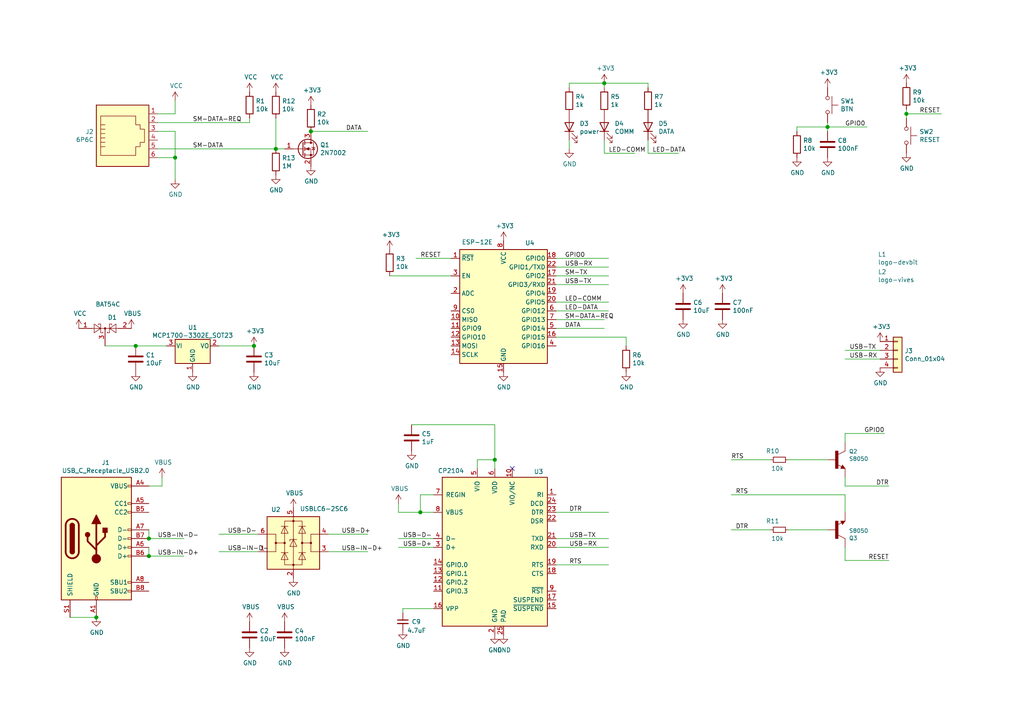
<source format=kicad_sch>
(kicad_sch (version 20210126) (generator eeschema)
  (paper "A4")
  (lib_symbols
    (symbol "Connector:6P6C" (pin_names (offset 1.016))
      (property "Reference" "J" (at -5.08 11.43 0))
      (property "Value" "6P6C" (at 2.54 11.43 0))
      (symbol "6P6C_0_1"
        (rectangle (start 7.62 10.16) (end -7.62 -7.62) (stroke (width 0.254)) (fill (type background)))
        (polyline (pts (xy -6.35 -1.905) (xy -5.08 -1.905) (xy -5.08 -1.905)))
        (polyline (pts (xy -6.35 -0.635) (xy -5.08 -0.635) (xy -5.08 -0.635)))
        (polyline (pts (xy -6.35 0.635) (xy -5.08 0.635) (xy -5.08 0.635)))
        (polyline (pts (xy -6.35 1.905) (xy -5.08 1.905) (xy -5.08 1.905)))
        (polyline (pts (xy -6.35 3.175) (xy -5.08 3.175) (xy -5.08 3.175)))
        (polyline (pts (xy -5.08 4.445) (xy -6.35 4.445) (xy -6.35 4.445)))
        (polyline (pts (xy -6.35 -4.445) (xy -6.35 6.985) (xy 3.81 6.985) (xy 3.81 4.445) (xy 5.08 4.445) (xy 5.08 3.175) (xy 6.35 3.175) (xy 6.35 -0.635) (xy 5.08 -0.635) (xy 5.08 -1.905) (xy 3.81 -1.905) (xy 3.81 -4.445) (xy -6.35 -4.445) (xy -6.35 -4.445)))
      )
      (symbol "6P6C_1_1"
        (pin passive line (at 10.16 -5.08 180) (length 2.54) (name "~") (number "1"))
        (pin passive line (at 10.16 -2.54 180) (length 2.54) (name "~") (number "2"))
        (pin passive line (at 10.16 0 180) (length 2.54) (name "~") (number "3"))
        (pin passive line (at 10.16 2.54 180) (length 2.54) (name "~") (number "4"))
        (pin passive line (at 10.16 5.08 180) (length 2.54) (name "~") (number "5"))
        (pin passive line (at 10.16 7.62 180) (length 2.54) (name "~") (number "6"))
      )
    )
    (symbol "Connector:USB_C_Receptacle_USB2.0" (pin_names (offset 1.016))
      (property "Reference" "J" (at -10.16 19.05 0))
      (property "Value" "USB_C_Receptacle_USB2.0" (at 19.05 19.05 0))
      (symbol "USB_C_Receptacle_USB2.0_0_0"
        (rectangle (start -0.254 -17.78) (end 0.254 -16.764))
        (rectangle (start 10.16 -14.986) (end 9.144 -15.494))
        (rectangle (start 10.16 -12.446) (end 9.144 -12.954))
        (rectangle (start 10.16 -4.826) (end 9.144 -5.334))
        (rectangle (start 10.16 -2.286) (end 9.144 -2.794))
        (rectangle (start 10.16 0.254) (end 9.144 -0.254))
        (rectangle (start 10.16 2.794) (end 9.144 2.286))
        (rectangle (start 10.16 7.874) (end 9.144 7.366))
        (rectangle (start 10.16 10.414) (end 9.144 9.906))
        (rectangle (start 10.16 15.494) (end 9.144 14.986))
      )
      (symbol "USB_C_Receptacle_USB2.0_0_1"
        (arc (start -8.89 -3.81) (end -5.08 -3.81) (radius (at -6.985 -3.81) (length 1.905) (angles -179.9 -0.1)) (stroke (width 0.508)))
        (arc (start -7.62 -3.81) (end -6.35 -3.81) (radius (at -6.985 -3.81) (length 0.635) (angles -179.9 -0.1)) (stroke (width 0.254)))
        (arc (start -6.35 3.81) (end -7.62 3.81) (radius (at -6.985 3.81) (length 0.635) (angles 0.1 179.9)) (stroke (width 0.254)))
        (arc (start -5.08 3.81) (end -8.89 3.81) (radius (at -6.985 3.81) (length 1.905) (angles 0.1 179.9)) (stroke (width 0.508)))
        (arc (start -7.62 -3.81) (end -6.35 -3.81) (radius (at -6.985 -3.81) (length 0.635) (angles -179.9 -0.1)) (stroke (width 0.254)) (fill (type outline)))
        (arc (start -6.35 3.81) (end -7.62 3.81) (radius (at -6.985 3.81) (length 0.635) (angles 0.1 179.9)) (stroke (width 0.254)) (fill (type outline)))
        (circle (center -2.54 1.143) (radius 0.635) (stroke (width 0.254)) (fill (type outline)))
        (circle (center 0 -5.842) (radius 1.27) (fill (type outline)))
        (rectangle (start -7.62 -3.81) (end -6.35 3.81) (stroke (width 0.254)) (fill (type outline)))
        (rectangle (start 1.905 1.778) (end 3.175 3.048) (stroke (width 0.254)) (fill (type outline)))
        (rectangle (start -10.16 17.78) (end 10.16 -17.78) (stroke (width 0.254)) (fill (type background)))
        (polyline (pts (xy -8.89 -3.81) (xy -8.89 3.81)) (stroke (width 0.508)))
        (polyline (pts (xy -5.08 3.81) (xy -5.08 -3.81)) (stroke (width 0.508)))
        (polyline (pts (xy 0 -5.842) (xy 0 4.318)) (stroke (width 0.508)))
        (polyline (pts (xy 0 -3.302) (xy -2.54 -0.762) (xy -2.54 0.508)) (stroke (width 0.508)))
        (polyline (pts (xy 0 -2.032) (xy 2.54 0.508) (xy 2.54 1.778)) (stroke (width 0.508)))
        (polyline (pts (xy -1.27 4.318) (xy 0 6.858) (xy 1.27 4.318) (xy -1.27 4.318)) (stroke (width 0.254)) (fill (type outline)))
      )
      (symbol "USB_C_Receptacle_USB2.0_1_1"
        (pin power_in line (at 0 -22.86 90) (length 5.08) (name "GND") (number "A1"))
        (pin passive line (at 0 -22.86 90) (length 5.08) hide (name "GND") (number "A12"))
        (pin power_in line (at 15.24 15.24 180) (length 5.08) (name "VBUS") (number "A4"))
        (pin bidirectional line (at 15.24 10.16 180) (length 5.08) (name "CC1") (number "A5"))
        (pin bidirectional line (at 15.24 -2.54 180) (length 5.08) (name "D+") (number "A6"))
        (pin bidirectional line (at 15.24 2.54 180) (length 5.08) (name "D-") (number "A7"))
        (pin bidirectional line (at 15.24 -12.7 180) (length 5.08) (name "SBU1") (number "A8"))
        (pin passive line (at 15.24 15.24 180) (length 5.08) hide (name "VBUS") (number "A9"))
        (pin passive line (at 0 -22.86 90) (length 5.08) hide (name "GND") (number "B1"))
        (pin passive line (at 0 -22.86 90) (length 5.08) hide (name "GND") (number "B12"))
        (pin passive line (at 15.24 15.24 180) (length 5.08) hide (name "VBUS") (number "B4"))
        (pin bidirectional line (at 15.24 7.62 180) (length 5.08) (name "CC2") (number "B5"))
        (pin bidirectional line (at 15.24 -5.08 180) (length 5.08) (name "D+") (number "B6"))
        (pin bidirectional line (at 15.24 0 180) (length 5.08) (name "D-") (number "B7"))
        (pin bidirectional line (at 15.24 -15.24 180) (length 5.08) (name "SBU2") (number "B8"))
        (pin passive line (at 15.24 15.24 180) (length 5.08) hide (name "VBUS") (number "B9"))
        (pin passive line (at -7.62 -22.86 90) (length 5.08) (name "SHIELD") (number "S1"))
      )
    )
    (symbol "Connector_Generic:Conn_01x04" (pin_names (offset 1.016) hide)
      (property "Reference" "J" (at 0 5.08 0))
      (property "Value" "Conn_01x04" (at 0 -7.62 0))
      (symbol "Conn_01x04_1_1"
        (rectangle (start -1.27 -4.953) (end 0 -5.207) (stroke (width 0.1524)))
        (rectangle (start -1.27 -2.413) (end 0 -2.667) (stroke (width 0.1524)))
        (rectangle (start -1.27 0.127) (end 0 -0.127) (stroke (width 0.1524)))
        (rectangle (start -1.27 2.667) (end 0 2.413) (stroke (width 0.1524)))
        (rectangle (start -1.27 3.81) (end 1.27 -6.35) (stroke (width 0.254)) (fill (type background)))
        (pin passive line (at -5.08 2.54 0) (length 3.81) (name "Pin_1") (number "1"))
        (pin passive line (at -5.08 0 0) (length 3.81) (name "Pin_2") (number "2"))
        (pin passive line (at -5.08 -2.54 0) (length 3.81) (name "Pin_3") (number "3"))
        (pin passive line (at -5.08 -5.08 0) (length 3.81) (name "Pin_4") (number "4"))
      )
    )
    (symbol "Device:C" (pin_numbers hide) (pin_names (offset 0.254))
      (property "Reference" "C" (at 0.635 2.54 0))
      (property "Value" "C" (at 0.635 -2.54 0))
      (symbol "C_0_1"
        (polyline (pts (xy -2.032 -0.762) (xy 2.032 -0.762)) (stroke (width 0.508)))
        (polyline (pts (xy -2.032 0.762) (xy 2.032 0.762)) (stroke (width 0.508)))
      )
      (symbol "C_1_1"
        (pin passive line (at 0 3.81 270) (length 2.794) (name "~") (number "1"))
        (pin passive line (at 0 -3.81 90) (length 2.794) (name "~") (number "2"))
      )
    )
    (symbol "Device:C_Small" (pin_numbers hide) (pin_names (offset 0.254) hide)
      (property "Reference" "C" (at 0.254 1.778 0))
      (property "Value" "C_Small" (at 0.254 -2.032 0))
      (symbol "C_Small_0_1"
        (polyline (pts (xy -1.524 -0.508) (xy 1.524 -0.508)) (stroke (width 0.3302)))
        (polyline (pts (xy -1.524 0.508) (xy 1.524 0.508)) (stroke (width 0.3048)))
      )
      (symbol "C_Small_1_1"
        (pin passive line (at 0 2.54 270) (length 2.032) (name "~") (number "1"))
        (pin passive line (at 0 -2.54 90) (length 2.032) (name "~") (number "2"))
      )
    )
    (symbol "Device:LED" (pin_numbers hide) (pin_names (offset 1.016) hide)
      (property "Reference" "D" (at 0 2.54 0))
      (property "Value" "LED" (at 0 -2.54 0))
      (symbol "LED_0_1"
        (polyline (pts (xy -1.27 -1.27) (xy -1.27 1.27)) (stroke (width 0.254)))
        (polyline (pts (xy -1.27 0) (xy 1.27 0)))
        (polyline (pts (xy 1.27 -1.27) (xy 1.27 1.27) (xy -1.27 0) (xy 1.27 -1.27)) (stroke (width 0.254)))
        (polyline (pts (xy -3.048 -0.762) (xy -4.572 -2.286) (xy -3.81 -2.286) (xy -4.572 -2.286) (xy -4.572 -1.524)))
        (polyline (pts (xy -1.778 -0.762) (xy -3.302 -2.286) (xy -2.54 -2.286) (xy -3.302 -2.286) (xy -3.302 -1.524)))
      )
      (symbol "LED_1_1"
        (pin passive line (at -3.81 0 0) (length 2.54) (name "K") (number "1"))
        (pin passive line (at 3.81 0 180) (length 2.54) (name "A") (number "2"))
      )
    )
    (symbol "Device:R" (pin_numbers hide) (pin_names (offset 0))
      (property "Reference" "R" (at 2.032 0 90))
      (property "Value" "R" (at 0 0 90))
      (symbol "R_0_1"
        (rectangle (start -1.016 -2.54) (end 1.016 2.54) (stroke (width 0.254)))
      )
      (symbol "R_1_1"
        (pin passive line (at 0 3.81 270) (length 1.27) (name "~") (number "1"))
        (pin passive line (at 0 -3.81 90) (length 1.27) (name "~") (number "2"))
      )
    )
    (symbol "Device:R_Small" (pin_numbers hide) (pin_names (offset 0.254) hide)
      (property "Reference" "R" (at 0.762 0.508 0))
      (property "Value" "R_Small" (at 0.762 -1.016 0))
      (symbol "R_Small_0_1"
        (rectangle (start -0.762 1.778) (end 0.762 -1.778) (stroke (width 0.2032)))
      )
      (symbol "R_Small_1_1"
        (pin passive line (at 0 2.54 270) (length 0.762) (name "~") (number "1"))
        (pin passive line (at 0 -2.54 90) (length 0.762) (name "~") (number "2"))
      )
    )
    (symbol "Diode:BAT54C" (pin_names (offset 1.016))
      (property "Reference" "D" (at 0.635 -3.81 0))
      (property "Value" "BAT54C" (at -6.35 3.175 0))
      (symbol "BAT54C_0_1"
        (circle (center 0 0) (radius 0.254) (fill (type outline)))
        (polyline (pts (xy -1.905 0) (xy 1.905 0)))
        (polyline (pts (xy -1.905 1.27) (xy -1.905 1.016)))
        (polyline (pts (xy -1.27 -1.27) (xy -0.635 -1.27)))
        (polyline (pts (xy -1.27 0) (xy -3.81 0)))
        (polyline (pts (xy -1.27 1.27) (xy -1.905 1.27)))
        (polyline (pts (xy -1.27 1.27) (xy -1.27 -1.27)))
        (polyline (pts (xy -0.635 -1.27) (xy -0.635 -1.016)))
        (polyline (pts (xy 0.635 -1.27) (xy 0.635 -1.016)))
        (polyline (pts (xy 1.27 -1.27) (xy 0.635 -1.27)))
        (polyline (pts (xy 1.27 1.27) (xy 1.27 -1.27)))
        (polyline (pts (xy 1.27 1.27) (xy 1.905 1.27)))
        (polyline (pts (xy 1.905 1.27) (xy 1.905 1.016)))
        (polyline (pts (xy 3.81 0) (xy 1.27 0)))
        (polyline (pts (xy -3.175 -1.27) (xy -3.175 1.27) (xy -1.27 0) (xy -3.175 -1.27)))
        (polyline (pts (xy 3.175 -1.27) (xy 3.175 1.27) (xy 1.27 0) (xy 3.175 -1.27)))
      )
      (symbol "BAT54C_1_1"
        (pin passive line (at -7.62 0 0) (length 3.81) (name "~") (number "1"))
        (pin passive line (at 7.62 0 180) (length 3.81) (name "~") (number "2"))
        (pin passive line (at 0 -5.08 90) (length 5.08) (name "~") (number "3"))
      )
    )
    (symbol "Drone_PCB-rescue:TRANS_NPN-MMBT2222AL-SparkFun-DiscreteSemi" (pin_numbers hide) (pin_names (offset 1.016) hide)
      (property "Reference" "Q" (at 3.81 3.81 0))
      (property "Value" "TRANS_NPN-MMBT2222AL-SparkFun-DiscreteSemi" (at 3.81 -5.08 0))
      (property "Field4" "TRANS-08049" (at 0 7.62 0))
      (symbol "TRANS_NPN-MMBT2222AL-SparkFun-DiscreteSemi_1_0"
        (polyline (pts (xy 1.524 -2.032) (xy 0.3048 -1.4224)))
        (polyline (pts (xy 2.54 2.54) (xy 0.508 1.524)))
      )
      (symbol "TRANS_NPN-MMBT2222AL-SparkFun-DiscreteSemi_1_1"
        (rectangle (start -0.254 -2.54) (end 0.508 2.54) (fill (type outline)))
        (polyline (pts (xy 1.778 -1.524) (xy 2.54 -2.54) (xy 1.27 -2.54) (xy 1.778 -1.524)) (fill (type outline)))
        (pin passive line (at -2.54 0 0) (length 2.54) (name "B") (number "1"))
        (pin passive line (at 2.54 -5.08 90) (length 2.54) (name "E") (number "2"))
        (pin passive line (at 2.54 5.08 270) (length 2.54) (name "C") (number "3"))
      )
    )
    (symbol "Interface_USB:CP2104" (pin_names (offset 1.016))
      (property "Reference" "U" (at -7.62 23.495 0))
      (property "Value" "CP2104" (at -7.62 21.59 0))
      (symbol "CP2104_0_1"
        (rectangle (start -15.24 20.32) (end 15.24 -22.86) (stroke (width 0.254)) (fill (type background)))
      )
      (symbol "CP2104_1_1"
        (pin input line (at 17.78 15.24 180) (length 2.54) (name "RI") (number "1"))
        (pin power_out line (at 5.08 22.86 270) (length 2.54) (name "VIO/NC") (number "10"))
        (pin bidirectional line (at -17.78 -12.7 0) (length 2.54) (name "GPIO.3") (number "11"))
        (pin bidirectional line (at -17.78 -10.16 0) (length 2.54) (name "GPIO.2") (number "12"))
        (pin bidirectional line (at -17.78 -7.62 0) (length 2.54) (name "GPIO.1") (number "13"))
        (pin bidirectional line (at -17.78 -5.08 0) (length 2.54) (name "GPIO.0") (number "14"))
        (pin output line (at 17.78 -17.78 180) (length 2.54) (name "~SUSPEND") (number "15"))
        (pin passive line (at -17.78 -17.78 0) (length 2.54) (name "VPP") (number "16"))
        (pin output line (at 17.78 -15.24 180) (length 2.54) (name "SUSPEND") (number "17"))
        (pin input line (at 17.78 -7.62 180) (length 2.54) (name "CTS") (number "18"))
        (pin output line (at 17.78 -5.08 180) (length 2.54) (name "RTS") (number "19"))
        (pin power_in line (at 0 -25.4 90) (length 2.54) (name "GND") (number "2"))
        (pin input line (at 17.78 0 180) (length 2.54) (name "RXD") (number "20"))
        (pin output line (at 17.78 2.54 180) (length 2.54) (name "TXD") (number "21"))
        (pin input line (at 17.78 7.62 180) (length 2.54) (name "DSR") (number "22"))
        (pin output line (at 17.78 10.16 180) (length 2.54) (name "DTR") (number "23"))
        (pin input line (at 17.78 12.7 180) (length 2.54) (name "DCD") (number "24"))
        (pin power_in line (at 2.54 -25.4 90) (length 2.54) (name "PAD") (number "25"))
        (pin bidirectional line (at -17.78 0 0) (length 2.54) (name "D+") (number "3"))
        (pin bidirectional line (at -17.78 2.54 0) (length 2.54) (name "D-") (number "4"))
        (pin power_in line (at -5.08 22.86 270) (length 2.54) (name "VIO") (number "5"))
        (pin power_in line (at 0 22.86 270) (length 2.54) (name "VDD") (number "6"))
        (pin power_in line (at -17.78 15.24 0) (length 2.54) (name "REGIN") (number "7"))
        (pin input line (at -17.78 10.16 0) (length 2.54) (name "VBUS") (number "8"))
        (pin bidirectional line (at 17.78 -12.7 180) (length 2.54) (name "~RST") (number "9"))
      )
    )
    (symbol "Power_Protection:USBLC6-2SC6" (pin_names hide)
      (property "Reference" "U" (at 2.54 8.89 0))
      (property "Value" "USBLC6-2SC6" (at 2.54 -8.89 0))
      (symbol "USBLC6-2SC6_0_1"
        (circle (center -5.08 0) (radius 0.254) (fill (type outline)))
        (circle (center -2.54 0) (radius 0.254) (fill (type outline)))
        (circle (center 0 -6.35) (radius 0.254) (fill (type outline)))
        (circle (center 0 6.35) (radius 0.254) (fill (type outline)))
        (circle (center 2.54 0) (radius 0.254) (fill (type outline)))
        (circle (center 5.08 0) (radius 0.254) (fill (type outline)))
        (rectangle (start -2.54 6.35) (end 2.54 -6.35))
        (rectangle (start -7.62 -7.62) (end 7.62 7.62) (stroke (width 0.254)) (fill (type background)))
        (polyline (pts (xy -5.08 -2.54) (xy -7.62 -2.54)))
        (polyline (pts (xy -5.08 0) (xy -5.08 -2.54)))
        (polyline (pts (xy -5.08 2.54) (xy -7.62 2.54)))
        (polyline (pts (xy -1.524 -2.794) (xy -3.556 -2.794)))
        (polyline (pts (xy -1.524 4.826) (xy -3.556 4.826)))
        (polyline (pts (xy 0 -7.62) (xy 0 -6.35)))
        (polyline (pts (xy 0 -6.35) (xy 0 1.27)))
        (polyline (pts (xy 0 1.27) (xy 0 6.35)))
        (polyline (pts (xy 0 6.35) (xy 0 7.62)))
        (polyline (pts (xy 1.524 -2.794) (xy 3.556 -2.794)))
        (polyline (pts (xy 1.524 4.826) (xy 3.556 4.826)))
        (polyline (pts (xy 5.08 -2.54) (xy 7.62 -2.54)))
        (polyline (pts (xy 5.08 0) (xy 5.08 -2.54)))
        (polyline (pts (xy 5.08 2.54) (xy 7.62 2.54)))
        (polyline (pts (xy -2.54 0) (xy -5.08 0) (xy -5.08 2.54)))
        (polyline (pts (xy 2.54 0) (xy 5.08 0) (xy 5.08 2.54)))
        (polyline (pts (xy -3.556 -4.826) (xy -1.524 -4.826) (xy -2.54 -2.794) (xy -3.556 -4.826)))
        (polyline (pts (xy -3.556 2.794) (xy -1.524 2.794) (xy -2.54 4.826) (xy -3.556 2.794)))
        (polyline (pts (xy -1.016 -1.016) (xy 1.016 -1.016) (xy 0 1.016) (xy -1.016 -1.016)))
        (polyline (pts (xy 1.016 1.016) (xy 0.762 1.016) (xy -1.016 1.016) (xy -1.016 0.508)))
        (polyline (pts (xy 3.556 -4.826) (xy 1.524 -4.826) (xy 2.54 -2.794) (xy 3.556 -4.826)))
        (polyline (pts (xy 3.556 2.794) (xy 1.524 2.794) (xy 2.54 4.826) (xy 3.556 2.794)))
      )
      (symbol "USBLC6-2SC6_1_1"
        (pin passive line (at -10.16 -2.54 0) (length 2.54) (name "I/O1") (number "1"))
        (pin passive line (at 0 -10.16 90) (length 2.54) (name "GND") (number "2"))
        (pin passive line (at 10.16 -2.54 180) (length 2.54) (name "I/O2") (number "3"))
        (pin passive line (at 10.16 2.54 180) (length 2.54) (name "I/O2") (number "4"))
        (pin passive line (at 0 10.16 270) (length 2.54) (name "VBUS") (number "5"))
        (pin passive line (at -10.16 2.54 0) (length 2.54) (name "I/O1") (number "6"))
      )
    )
    (symbol "RF_Module:ESP-12E"
      (property "Reference" "U" (at -12.7 19.05 0))
      (property "Value" "ESP-12E" (at 12.7 19.05 0))
      (symbol "ESP-12E_0_1"
        (rectangle (start -12.7 17.78) (end 12.7 -15.24) (stroke (width 0.254)) (fill (type background)))
      )
      (symbol "ESP-12E_1_1"
        (pin input line (at -15.24 15.24 0) (length 2.54) (name "~RST") (number "1"))
        (pin bidirectional line (at -15.24 -2.54 0) (length 2.54) (name "MISO") (number "10"))
        (pin bidirectional line (at -15.24 -5.08 0) (length 2.54) (name "GPIO9") (number "11"))
        (pin bidirectional line (at -15.24 -7.62 0) (length 2.54) (name "GPIO10") (number "12"))
        (pin bidirectional line (at -15.24 -10.16 0) (length 2.54) (name "MOSI") (number "13"))
        (pin bidirectional line (at -15.24 -12.7 0) (length 2.54) (name "SCLK") (number "14"))
        (pin power_in line (at 0 -17.78 90) (length 2.54) (name "GND") (number "15"))
        (pin bidirectional line (at 15.24 -7.62 180) (length 2.54) (name "GPIO15") (number "16"))
        (pin bidirectional line (at 15.24 10.16 180) (length 2.54) (name "GPIO2") (number "17"))
        (pin bidirectional line (at 15.24 15.24 180) (length 2.54) (name "GPIO0") (number "18"))
        (pin bidirectional line (at 15.24 5.08 180) (length 2.54) (name "GPIO4") (number "19"))
        (pin input line (at -15.24 5.08 0) (length 2.54) (name "ADC") (number "2"))
        (pin bidirectional line (at 15.24 2.54 180) (length 2.54) (name "GPIO5") (number "20"))
        (pin bidirectional line (at 15.24 7.62 180) (length 2.54) (name "GPIO3/RXD") (number "21"))
        (pin bidirectional line (at 15.24 12.7 180) (length 2.54) (name "GPIO1/TXD") (number "22"))
        (pin input line (at -15.24 10.16 0) (length 2.54) (name "EN") (number "3"))
        (pin bidirectional line (at 15.24 -10.16 180) (length 2.54) (name "GPIO16") (number "4"))
        (pin bidirectional line (at 15.24 -5.08 180) (length 2.54) (name "GPIO14") (number "5"))
        (pin bidirectional line (at 15.24 0 180) (length 2.54) (name "GPIO12") (number "6"))
        (pin bidirectional line (at 15.24 -2.54 180) (length 2.54) (name "GPIO13") (number "7"))
        (pin power_in line (at 0 20.32 270) (length 2.54) (name "VCC") (number "8"))
        (pin input line (at -15.24 0 0) (length 2.54) (name "CS0") (number "9"))
      )
    )
    (symbol "Regulator_Linear:MCP1700-3302E_SOT23" (pin_names (offset 0.254))
      (property "Reference" "U" (at -3.81 3.175 0))
      (property "Value" "MCP1700-3302E_SOT23" (at 0 3.175 0))
      (symbol "MCP1700-3302E_SOT23_0_1"
        (rectangle (start -5.08 1.905) (end 5.08 -5.08) (stroke (width 0.254)) (fill (type background)))
      )
      (symbol "MCP1700-3302E_SOT23_1_1"
        (pin power_in line (at 0 -7.62 90) (length 2.54) (name "GND") (number "1"))
        (pin power_out line (at 7.62 0 180) (length 2.54) (name "VO") (number "2"))
        (pin power_in line (at -7.62 0 0) (length 2.54) (name "VI") (number "3"))
      )
    )
    (symbol "Switch:SW_Push" (pin_numbers hide) (pin_names (offset 1.016) hide)
      (property "Reference" "SW" (at 1.27 2.54 0))
      (property "Value" "SW_Push" (at 0 -1.524 0))
      (symbol "SW_Push_0_1"
        (circle (center -2.032 0) (radius 0.508))
        (circle (center 2.032 0) (radius 0.508))
        (polyline (pts (xy 0 1.27) (xy 0 3.048)))
        (polyline (pts (xy 2.54 1.27) (xy -2.54 1.27)))
        (pin passive line (at -5.08 0 0) (length 2.54) (name "1") (number "1"))
        (pin passive line (at 5.08 0 180) (length 2.54) (name "2") (number "2"))
      )
    )
    (symbol "Transistor_FET:2N7002" (pin_names hide)
      (property "Reference" "Q" (at 5.08 1.905 0))
      (property "Value" "2N7002" (at 5.08 0 0))
      (symbol "2N7002_0_1"
        (circle (center 1.651 0) (radius 2.794) (stroke (width 0.254)))
        (circle (center 2.54 -1.778) (radius 0.254) (fill (type outline)))
        (circle (center 2.54 1.778) (radius 0.254) (fill (type outline)))
        (polyline (pts (xy 0.254 0) (xy -2.54 0)))
        (polyline (pts (xy 0.254 1.905) (xy 0.254 -1.905)) (stroke (width 0.254)))
        (polyline (pts (xy 0.762 -1.27) (xy 0.762 -2.286)) (stroke (width 0.254)))
        (polyline (pts (xy 0.762 0.508) (xy 0.762 -0.508)) (stroke (width 0.254)))
        (polyline (pts (xy 0.762 2.286) (xy 0.762 1.27)) (stroke (width 0.254)))
        (polyline (pts (xy 2.54 2.54) (xy 2.54 1.778)))
        (polyline (pts (xy 2.54 -2.54) (xy 2.54 0) (xy 0.762 0)))
        (polyline (pts (xy 0.762 -1.778) (xy 3.302 -1.778) (xy 3.302 1.778) (xy 0.762 1.778)))
        (polyline (pts (xy 2.794 0.508) (xy 2.921 0.381) (xy 3.683 0.381) (xy 3.81 0.254)))
        (polyline (pts (xy 3.302 0.381) (xy 2.921 -0.254) (xy 3.683 -0.254) (xy 3.302 0.381)))
        (polyline (pts (xy 1.016 0) (xy 2.032 0.381) (xy 2.032 -0.381) (xy 1.016 0)) (fill (type outline)))
      )
      (symbol "2N7002_1_1"
        (pin input line (at -5.08 0 0) (length 2.54) (name "G") (number "1"))
        (pin passive line (at 2.54 -5.08 90) (length 2.54) (name "S") (number "2"))
        (pin passive line (at 2.54 5.08 270) (length 2.54) (name "D") (number "3"))
      )
    )
    (symbol "cdem:logo-devbit" (pin_numbers hide) (pin_names (offset 0) hide) (in_bom no)
      (property "Reference" "L" (at 0 0 0))
      (property "Value" "logo-devbit" (at 0 -1.27 0))
    )
    (symbol "cdem:logo-vives" (pin_numbers hide) (pin_names (offset 0) hide) (in_bom no)
      (property "Reference" "L" (at 0 0 0))
      (property "Value" "logo-vives" (at 0 -1.27 0))
    )
    (symbol "power:+3.3V" (power) (pin_names (offset 0))
      (property "Value" "+3.3V" (at 0 3.556 0))
      (symbol "+3.3V_0_1"
        (polyline (pts (xy -0.762 1.27) (xy 0 2.54)))
        (polyline (pts (xy 0 0) (xy 0 2.54)))
        (polyline (pts (xy 0 2.54) (xy 0.762 1.27)))
      )
      (symbol "+3.3V_1_1"
        (pin power_in line (at 0 0 90) (length 0) hide (name "+3V3") (number "1"))
      )
    )
    (symbol "power:+3V3" (power) (pin_names (offset 0))
      (property "Value" "+3V3" (at 0 3.556 0))
      (symbol "+3V3_0_1"
        (polyline (pts (xy -0.762 1.27) (xy 0 2.54)))
        (polyline (pts (xy 0 0) (xy 0 2.54)))
        (polyline (pts (xy 0 2.54) (xy 0.762 1.27)))
      )
      (symbol "+3V3_1_1"
        (pin power_in line (at 0 0 90) (length 0) hide (name "+3V3") (number "1"))
      )
    )
    (symbol "power:GND" (power) (pin_names (offset 0))
      (property "Value" "GND" (at 0 -3.81 0))
      (symbol "GND_0_1"
        (polyline (pts (xy 0 0) (xy 0 -1.27) (xy 1.27 -1.27) (xy 0 -2.54) (xy -1.27 -1.27) (xy 0 -1.27)))
      )
      (symbol "GND_1_1"
        (pin power_in line (at 0 0 270) (length 0) hide (name "GND") (number "1"))
      )
    )
    (symbol "power:VBUS" (power) (pin_names (offset 0))
      (property "Value" "VBUS" (at 0 3.81 0))
      (symbol "VBUS_0_1"
        (polyline (pts (xy -0.762 1.27) (xy 0 2.54)))
        (polyline (pts (xy 0 0) (xy 0 2.54)))
        (polyline (pts (xy 0 2.54) (xy 0.762 1.27)))
      )
      (symbol "VBUS_1_1"
        (pin power_in line (at 0 0 90) (length 0) hide (name "VBUS") (number "1"))
      )
    )
    (symbol "power:VCC" (power) (pin_names (offset 0))
      (property "Value" "VCC" (at 0 3.81 0))
      (symbol "VCC_0_1"
        (polyline (pts (xy -0.762 1.27) (xy 0 2.54)))
        (polyline (pts (xy 0 0) (xy 0 2.54)))
        (polyline (pts (xy 0 2.54) (xy 0.762 1.27)))
      )
      (symbol "VCC_1_1"
        (pin power_in line (at 0 0 90) (length 0) hide (name "VCC") (number "1"))
      )
    )
  )
  (junction (at 27.94 179.07) (diameter 1.016))
  (junction (at 39.37 100.33) (diameter 1.016))
  (junction (at 43.18 156.21) (diameter 1.016))
  (junction (at 43.18 161.29) (diameter 1.016))
  (junction (at 50.8 45.72) (diameter 1.016))
  (junction (at 73.66 100.33) (diameter 1.016))
  (junction (at 80.01 43.18) (diameter 1.016))
  (junction (at 90.17 38.1) (diameter 1.016))
  (junction (at 121.92 148.59) (diameter 1.016))
  (junction (at 143.51 133.35) (diameter 1.016))
  (junction (at 175.26 24.13) (diameter 1.016))
  (junction (at 240.03 36.83) (diameter 1.016))
  (junction (at 262.89 33.02) (diameter 1.016))
  (no_connect (at 148.59 135.89))
  (wire (pts (xy 20.32 179.07) (xy 27.94 179.07)))
  (wire (pts (xy 30.48 100.33) (xy 39.37 100.33)))
  (wire (pts (xy 39.37 100.33) (xy 48.26 100.33)))
  (wire (pts (xy 43.18 153.67) (xy 43.18 156.21)))
  (wire (pts (xy 43.18 156.21) (xy 53.34 156.21)))
  (wire (pts (xy 43.18 161.29) (xy 43.18 158.75)))
  (wire (pts (xy 43.18 161.29) (xy 53.34 161.29)))
  (wire (pts (xy 45.72 33.02) (xy 50.8 33.02)))
  (wire (pts (xy 45.72 35.56) (xy 72.39 35.56)))
  (wire (pts (xy 45.72 38.1) (xy 50.8 38.1)))
  (wire (pts (xy 45.72 43.18) (xy 80.01 43.18)))
  (wire (pts (xy 45.72 45.72) (xy 50.8 45.72)))
  (wire (pts (xy 46.99 138.43) (xy 46.99 140.97)))
  (wire (pts (xy 46.99 140.97) (xy 43.18 140.97)))
  (wire (pts (xy 50.8 33.02) (xy 50.8 29.21)))
  (wire (pts (xy 50.8 38.1) (xy 50.8 45.72)))
  (wire (pts (xy 50.8 45.72) (xy 50.8 52.07)))
  (wire (pts (xy 63.5 100.33) (xy 73.66 100.33)))
  (wire (pts (xy 72.39 34.29) (xy 72.39 35.56)))
  (wire (pts (xy 74.93 154.94) (xy 63.5 154.94)))
  (wire (pts (xy 74.93 160.02) (xy 63.5 160.02)))
  (wire (pts (xy 80.01 34.29) (xy 80.01 43.18)))
  (wire (pts (xy 80.01 43.18) (xy 82.55 43.18)))
  (wire (pts (xy 90.17 38.1) (xy 106.68 38.1)))
  (wire (pts (xy 95.25 154.94) (xy 106.68 154.94)))
  (wire (pts (xy 95.25 160.02) (xy 106.68 160.02)))
  (wire (pts (xy 113.03 80.01) (xy 130.81 80.01)))
  (wire (pts (xy 115.57 148.59) (xy 115.57 146.05)))
  (wire (pts (xy 116.84 176.53) (xy 125.73 176.53)))
  (wire (pts (xy 116.84 177.8) (xy 116.84 176.53)))
  (wire (pts (xy 120.65 74.93) (xy 130.81 74.93)))
  (wire (pts (xy 121.92 143.51) (xy 121.92 148.59)))
  (wire (pts (xy 121.92 148.59) (xy 115.57 148.59)))
  (wire (pts (xy 125.73 143.51) (xy 121.92 143.51)))
  (wire (pts (xy 125.73 148.59) (xy 121.92 148.59)))
  (wire (pts (xy 125.73 156.21) (xy 115.57 156.21)))
  (wire (pts (xy 125.73 158.75) (xy 115.57 158.75)))
  (wire (pts (xy 138.43 133.35) (xy 143.51 133.35)))
  (wire (pts (xy 138.43 135.89) (xy 138.43 133.35)))
  (wire (pts (xy 143.51 123.19) (xy 119.38 123.19)))
  (wire (pts (xy 143.51 133.35) (xy 143.51 123.19)))
  (wire (pts (xy 143.51 135.89) (xy 143.51 133.35)))
  (wire (pts (xy 161.29 74.93) (xy 176.53 74.93)))
  (wire (pts (xy 161.29 77.47) (xy 176.53 77.47)))
  (wire (pts (xy 161.29 80.01) (xy 176.53 80.01)))
  (wire (pts (xy 161.29 82.55) (xy 176.53 82.55)))
  (wire (pts (xy 161.29 87.63) (xy 176.53 87.63)))
  (wire (pts (xy 161.29 90.17) (xy 176.53 90.17)))
  (wire (pts (xy 161.29 92.71) (xy 175.26 92.71)))
  (wire (pts (xy 161.29 95.25) (xy 175.26 95.25)))
  (wire (pts (xy 161.29 97.79) (xy 181.61 97.79)))
  (wire (pts (xy 161.29 148.59) (xy 176.53 148.59)))
  (wire (pts (xy 161.29 156.21) (xy 176.53 156.21)))
  (wire (pts (xy 161.29 158.75) (xy 176.53 158.75)))
  (wire (pts (xy 161.29 163.83) (xy 176.53 163.83)))
  (wire (pts (xy 165.1 24.13) (xy 165.1 25.4)))
  (wire (pts (xy 165.1 24.13) (xy 175.26 24.13)))
  (wire (pts (xy 165.1 40.64) (xy 165.1 43.18)))
  (wire (pts (xy 175.26 24.13) (xy 187.96 24.13)))
  (wire (pts (xy 175.26 25.4) (xy 175.26 24.13)))
  (wire (pts (xy 175.26 40.64) (xy 175.26 44.45)))
  (wire (pts (xy 175.26 44.45) (xy 184.15 44.45)))
  (wire (pts (xy 181.61 97.79) (xy 181.61 100.33)))
  (wire (pts (xy 187.96 24.13) (xy 187.96 25.4)))
  (wire (pts (xy 187.96 40.64) (xy 187.96 44.45)))
  (wire (pts (xy 187.96 44.45) (xy 196.85 44.45)))
  (wire (pts (xy 212.09 143.51) (xy 245.11 143.51)))
  (wire (pts (xy 223.52 133.35) (xy 212.09 133.35)))
  (wire (pts (xy 223.52 153.67) (xy 212.09 153.67)))
  (wire (pts (xy 228.6 133.35) (xy 240.03 133.35)))
  (wire (pts (xy 228.6 153.67) (xy 240.03 153.67)))
  (wire (pts (xy 231.14 36.83) (xy 240.03 36.83)))
  (wire (pts (xy 231.14 38.1) (xy 231.14 36.83)))
  (wire (pts (xy 240.03 35.56) (xy 240.03 36.83)))
  (wire (pts (xy 240.03 36.83) (xy 240.03 38.1)))
  (wire (pts (xy 240.03 36.83) (xy 251.46 36.83)))
  (wire (pts (xy 245.11 101.6) (xy 255.27 101.6)))
  (wire (pts (xy 245.11 104.14) (xy 255.27 104.14)))
  (wire (pts (xy 245.11 125.73) (xy 256.54 125.73)))
  (wire (pts (xy 245.11 128.27) (xy 245.11 125.73)))
  (wire (pts (xy 245.11 138.43) (xy 245.11 140.97)))
  (wire (pts (xy 245.11 140.97) (xy 257.81 140.97)))
  (wire (pts (xy 245.11 148.59) (xy 245.11 143.51)))
  (wire (pts (xy 245.11 162.56) (xy 245.11 158.75)))
  (wire (pts (xy 245.11 162.56) (xy 257.81 162.56)))
  (wire (pts (xy 262.89 33.02) (xy 262.89 31.75)))
  (wire (pts (xy 262.89 33.02) (xy 273.05 33.02)))
  (wire (pts (xy 262.89 34.29) (xy 262.89 33.02)))
  (label "USB-IN-D-" (at 45.72 156.21 0))
  (label "USB-IN-D+" (at 45.72 161.29 0))
  (label "SM-DATA-REQ" (at 55.88 35.56 0))
  (label "SM-DATA" (at 55.88 43.18 0))
  (label "USB-D-" (at 66.04 154.94 0))
  (label "USB-IN-D-" (at 66.04 160.02 0))
  (label "USB-D+" (at 99.06 154.94 0))
  (label "USB-IN-D+" (at 99.06 160.02 0))
  (label "DATA" (at 100.33 38.1 0))
  (label "USB-D-" (at 116.84 156.21 0))
  (label "USB-D+" (at 116.84 158.75 0))
  (label "RESET" (at 121.92 74.93 0))
  (label "GPIO0" (at 163.83 74.93 0))
  (label "USB-RX" (at 163.83 77.47 0))
  (label "SM-TX" (at 163.83 80.01 0))
  (label "USB-TX" (at 163.83 82.55 0))
  (label "LED-COMM" (at 163.83 87.63 0))
  (label "LED-DATA" (at 163.83 90.17 0))
  (label "SM-DATA-REQ" (at 163.83 92.71 0))
  (label "DATA" (at 163.83 95.25 0))
  (label "DTR" (at 165.1 148.59 0))
  (label "USB-TX" (at 165.1 156.21 0))
  (label "USB-RX" (at 165.1 158.75 0))
  (label "RTS" (at 165.1 163.83 0))
  (label "LED-COMM" (at 176.53 44.45 0))
  (label "LED-DATA" (at 189.23 44.45 0))
  (label "RTS" (at 212.09 133.35 0))
  (label "RTS" (at 213.36 143.51 0))
  (label "DTR" (at 213.36 153.67 0))
  (label "GPIO0" (at 245.11 36.83 0))
  (label "USB-TX" (at 246.38 101.6 0))
  (label "USB-RX" (at 246.38 104.14 0))
  (label "GPIO0" (at 256.54 125.73 180))
  (label "DTR" (at 257.81 140.97 180))
  (label "RESET" (at 257.81 162.56 180))
  (label "RESET" (at 266.7 33.02 0))
  (symbol (lib_id "cdem:logo-devbit") (at 254 74.93 0) (unit 1) (in_bom no)
    (property "Reference" "L1" (at 254.635 73.7806 0) (effects (justify left)))
    (property "Value" "logo-devbit" (at 254.635 76.0793 0) (effects (justify left)))
    (property "Footprint" "cdem:logo_devbit_8mm" (effects hide))
  )
  (symbol (lib_id "cdem:logo-vives") (at 254 80.01 0) (unit 1) (in_bom no)
    (property "Reference" "L2" (at 254.635 78.8606 0) (effects (justify left)))
    (property "Value" "logo-vives" (at 254.635 81.1593 0) (effects (justify left)))
    (property "Footprint" "cdem:logo_vives_10mm" (effects hide))
  )
  (symbol (lib_id "power:VCC") (at 22.86 95.25 0) (unit 1)
    (property "Reference" "#PWR03" (effects hide))
    (property "Value" "VCC" (at 23.2283 90.9256 0))
  )
  (symbol (lib_id "power:VBUS") (at 38.1 95.25 0) (unit 1)
    (property "Reference" "#PWR01" (effects hide))
    (property "Value" "VBUS" (at 38.4683 90.9256 0))
  )
  (symbol (lib_id "power:VBUS") (at 46.99 138.43 0) (unit 1)
    (property "Reference" "#PWR05" (effects hide))
    (property "Value" "VBUS" (at 47.3583 134.1056 0))
  )
  (symbol (lib_id "power:VCC") (at 50.8 29.21 0) (unit 1)
    (property "Reference" "#PWR06" (effects hide))
    (property "Value" "VCC" (at 51.1683 24.8856 0))
  )
  (symbol (lib_id "power:VCC") (at 72.39 26.67 0) (unit 1)
    (property "Reference" "#PWR011" (effects hide))
    (property "Value" "VCC" (at 72.7583 22.3456 0))
  )
  (symbol (lib_id "power:VBUS") (at 72.39 180.34 0) (unit 1)
    (property "Reference" "#PWR0102" (effects hide))
    (property "Value" "VBUS" (at 72.7583 176.0156 0))
  )
  (symbol (lib_id "power:+3V3") (at 73.66 100.33 0) (unit 1)
    (property "Reference" "#PWR012" (effects hide))
    (property "Value" "+3V3" (at 74.0283 96.0056 0))
  )
  (symbol (lib_id "power:VCC") (at 80.01 26.67 0) (unit 1)
    (property "Reference" "#PWR0104" (effects hide))
    (property "Value" "VCC" (at 80.3783 22.3456 0))
  )
  (symbol (lib_id "power:VBUS") (at 82.55 180.34 0) (unit 1)
    (property "Reference" "#PWR014" (effects hide))
    (property "Value" "VBUS" (at 82.9183 176.0156 0))
  )
  (symbol (lib_id "power:VBUS") (at 85.09 147.32 0) (unit 1)
    (property "Reference" "#PWR016" (effects hide))
    (property "Value" "VBUS" (at 85.4583 142.9956 0))
  )
  (symbol (lib_id "power:+3V3") (at 90.17 30.48 0) (unit 1)
    (property "Reference" "#PWR018" (effects hide))
    (property "Value" "+3V3" (at 90.5383 26.1556 0))
  )
  (symbol (lib_id "power:+3V3") (at 113.03 72.39 0) (unit 1)
    (property "Reference" "#PWR020" (effects hide))
    (property "Value" "+3V3" (at 113.3983 68.0656 0))
  )
  (symbol (lib_id "power:VBUS") (at 115.57 146.05 0) (unit 1)
    (property "Reference" "#PWR021" (effects hide))
    (property "Value" "VBUS" (at 115.9383 141.7256 0))
  )
  (symbol (lib_id "power:+3V3") (at 146.05 69.85 0) (unit 1)
    (property "Reference" "#PWR024" (effects hide))
    (property "Value" "+3V3" (at 146.4183 65.5256 0))
  )
  (symbol (lib_id "power:+3V3") (at 175.26 24.13 0) (unit 1)
    (property "Reference" "#PWR028" (effects hide))
    (property "Value" "+3V3" (at 175.6283 19.8056 0))
  )
  (symbol (lib_id "power:+3V3") (at 198.12 85.09 0) (unit 1)
    (property "Reference" "#PWR030" (effects hide))
    (property "Value" "+3V3" (at 198.4883 80.7656 0))
  )
  (symbol (lib_id "power:+3V3") (at 209.55 85.09 0) (unit 1)
    (property "Reference" "#PWR032" (effects hide))
    (property "Value" "+3V3" (at 209.9183 80.7656 0))
  )
  (symbol (lib_id "power:+3.3V") (at 240.03 25.4 0) (unit 1)
    (property "Reference" "#PWR035" (effects hide))
    (property "Value" "+3.3V" (at 240.411 21.0058 0))
  )
  (symbol (lib_id "power:+3V3") (at 255.27 99.06 0) (unit 1)
    (property "Reference" "#PWR0106" (effects hide))
    (property "Value" "+3V3" (at 255.6383 94.7356 0))
  )
  (symbol (lib_id "power:+3.3V") (at 262.89 24.13 0) (unit 1)
    (property "Reference" "#PWR037" (effects hide))
    (property "Value" "+3.3V" (at 263.271 19.7358 0))
  )
  (symbol (lib_id "power:GND") (at 27.94 179.07 0) (unit 1)
    (property "Reference" "#PWR02" (effects hide))
    (property "Value" "GND" (at 28.067 183.4642 0))
  )
  (symbol (lib_id "power:GND") (at 39.37 107.95 0) (unit 1)
    (property "Reference" "#PWR04" (effects hide))
    (property "Value" "GND" (at 39.4843 112.2744 0))
  )
  (symbol (lib_id "power:GND") (at 50.8 52.07 0) (unit 1)
    (property "Reference" "#PWR07" (effects hide))
    (property "Value" "GND" (at 50.9143 56.3944 0))
  )
  (symbol (lib_id "power:GND") (at 55.88 107.95 0) (unit 1)
    (property "Reference" "#PWR08" (effects hide))
    (property "Value" "GND" (at 55.9943 112.2744 0))
  )
  (symbol (lib_id "power:GND") (at 72.39 187.96 0) (unit 1)
    (property "Reference" "#PWR0101" (effects hide))
    (property "Value" "GND" (at 72.5043 192.2844 0))
  )
  (symbol (lib_id "power:GND") (at 73.66 107.95 0) (unit 1)
    (property "Reference" "#PWR013" (effects hide))
    (property "Value" "GND" (at 73.7743 112.2744 0))
  )
  (symbol (lib_id "power:GND") (at 80.01 50.8 0) (unit 1)
    (property "Reference" "#PWR0107" (effects hide))
    (property "Value" "GND" (at 80.1243 55.1244 0))
  )
  (symbol (lib_id "power:GND") (at 82.55 187.96 0) (unit 1)
    (property "Reference" "#PWR015" (effects hide))
    (property "Value" "GND" (at 82.6643 192.2844 0))
  )
  (symbol (lib_id "power:GND") (at 85.09 167.64 0) (unit 1)
    (property "Reference" "#PWR017" (effects hide))
    (property "Value" "GND" (at 85.217 172.0342 0))
  )
  (symbol (lib_id "power:GND") (at 90.17 48.26 0) (unit 1)
    (property "Reference" "#PWR019" (effects hide))
    (property "Value" "GND" (at 90.2843 52.5844 0))
  )
  (symbol (lib_id "power:GND") (at 116.84 182.88 0) (unit 1)
    (property "Reference" "#PWR0103" (effects hide))
    (property "Value" "GND" (at 116.967 187.2742 0))
  )
  (symbol (lib_id "power:GND") (at 119.38 130.81 0) (unit 1)
    (property "Reference" "#PWR022" (effects hide))
    (property "Value" "GND" (at 119.4943 135.1344 0))
  )
  (symbol (lib_id "power:GND") (at 143.51 184.15 0) (unit 1)
    (property "Reference" "#PWR023" (effects hide))
    (property "Value" "GND" (at 143.637 188.5442 0))
  )
  (symbol (lib_id "power:GND") (at 146.05 107.95 0) (unit 1)
    (property "Reference" "#PWR025" (effects hide))
    (property "Value" "GND" (at 146.1643 112.2744 0))
  )
  (symbol (lib_id "power:GND") (at 146.05 184.15 0) (unit 1)
    (property "Reference" "#PWR026" (effects hide))
    (property "Value" "GND" (at 146.177 188.5442 0))
  )
  (symbol (lib_id "power:GND") (at 165.1 43.18 0) (unit 1)
    (property "Reference" "#PWR027" (effects hide))
    (property "Value" "GND" (at 165.227 47.5742 0))
  )
  (symbol (lib_id "power:GND") (at 181.61 107.95 0) (unit 1)
    (property "Reference" "#PWR029" (effects hide))
    (property "Value" "GND" (at 181.7243 112.2744 0))
  )
  (symbol (lib_id "power:GND") (at 198.12 92.71 0) (unit 1)
    (property "Reference" "#PWR031" (effects hide))
    (property "Value" "GND" (at 198.2343 97.0344 0))
  )
  (symbol (lib_id "power:GND") (at 209.55 92.71 0) (unit 1)
    (property "Reference" "#PWR033" (effects hide))
    (property "Value" "GND" (at 209.6643 97.0344 0))
  )
  (symbol (lib_id "power:GND") (at 231.14 45.72 0) (unit 1)
    (property "Reference" "#PWR034" (effects hide))
    (property "Value" "GND" (at 231.267 50.1142 0))
  )
  (symbol (lib_id "power:GND") (at 240.03 45.72 0) (unit 1)
    (property "Reference" "#PWR036" (effects hide))
    (property "Value" "GND" (at 240.157 50.1142 0))
  )
  (symbol (lib_id "power:GND") (at 255.27 106.68 0) (unit 1)
    (property "Reference" "#PWR0105" (effects hide))
    (property "Value" "GND" (at 255.397 111.0742 0))
  )
  (symbol (lib_id "power:GND") (at 262.89 44.45 0) (unit 1)
    (property "Reference" "#PWR038" (effects hide))
    (property "Value" "GND" (at 263.017 48.8442 0))
  )
  (symbol (lib_id "Device:R_Small") (at 226.06 133.35 90) (unit 1)
    (property "Reference" "R10" (at 226.06 130.81 90) (effects (justify left)))
    (property "Value" "10k" (at 227.33 135.89 90) (effects (justify left)))
    (property "Footprint" "Resistor_SMD:R_0603_1608Metric" (effects hide))
    (property "LCSC" "C25804" (effects hide))
  )
  (symbol (lib_id "Device:R_Small") (at 226.06 153.67 90) (unit 1)
    (property "Reference" "R11" (at 226.06 151.13 90) (effects (justify left)))
    (property "Value" "10k" (at 227.33 156.21 90) (effects (justify left)))
    (property "Footprint" "Resistor_SMD:R_0603_1608Metric" (effects hide))
    (property "LCSC" "C25804" (effects hide))
  )
  (symbol (lib_id "Device:R") (at 72.39 30.48 0) (unit 1)
    (property "Reference" "R1" (at 74.168 29.3116 0) (effects (justify left)))
    (property "Value" "10k" (at 74.168 31.623 0) (effects (justify left)))
    (property "Footprint" "Resistor_SMD:R_0603_1608Metric" (effects hide))
    (property "LCSC" "C25804" (effects hide))
  )
  (symbol (lib_id "Device:R") (at 80.01 30.48 0) (unit 1)
    (property "Reference" "R12" (at 81.788 29.3116 0) (effects (justify left)))
    (property "Value" "10k" (at 81.788 31.623 0) (effects (justify left)))
    (property "Footprint" "Resistor_SMD:R_0603_1608Metric" (effects hide))
    (property "LCSC" "C25804" (effects hide))
  )
  (symbol (lib_id "Device:R") (at 80.01 46.99 0) (unit 1)
    (property "Reference" "R13" (at 81.788 45.8216 0) (effects (justify left)))
    (property "Value" "1M" (at 81.788 48.133 0) (effects (justify left)))
    (property "Footprint" "Resistor_SMD:R_0603_1608Metric" (effects hide))
    (property "LCSC" "C17514" (effects hide))
  )
  (symbol (lib_id "Device:R") (at 90.17 34.29 0) (unit 1)
    (property "Reference" "R2" (at 91.948 33.1216 0) (effects (justify left)))
    (property "Value" "10k" (at 91.948 35.433 0) (effects (justify left)))
    (property "Footprint" "Resistor_SMD:R_0603_1608Metric" (effects hide))
    (property "LCSC" "C25804" (effects hide))
  )
  (symbol (lib_id "Device:R") (at 113.03 76.2 0) (unit 1)
    (property "Reference" "R3" (at 114.808 75.0316 0) (effects (justify left)))
    (property "Value" "10k" (at 114.808 77.343 0) (effects (justify left)))
    (property "Footprint" "Resistor_SMD:R_0603_1608Metric" (effects hide))
    (property "LCSC" "C25804" (effects hide))
  )
  (symbol (lib_id "Device:R") (at 165.1 29.21 0) (unit 1)
    (property "Reference" "R4" (at 166.878 28.0416 0) (effects (justify left)))
    (property "Value" "1k" (at 166.878 30.353 0) (effects (justify left)))
    (property "Footprint" "Resistor_SMD:R_0603_1608Metric" (effects hide))
    (property "LCSC" "C21190" (effects hide))
  )
  (symbol (lib_id "Device:R") (at 175.26 29.21 0) (unit 1)
    (property "Reference" "R5" (at 177.038 28.0416 0) (effects (justify left)))
    (property "Value" "1k" (at 177.038 30.353 0) (effects (justify left)))
    (property "Footprint" "Resistor_SMD:R_0603_1608Metric" (effects hide))
    (property "LCSC" "C21190" (effects hide))
  )
  (symbol (lib_id "Device:R") (at 181.61 104.14 0) (unit 1)
    (property "Reference" "R6" (at 183.388 102.9716 0) (effects (justify left)))
    (property "Value" "10k" (at 183.388 105.283 0) (effects (justify left)))
    (property "Footprint" "Resistor_SMD:R_0603_1608Metric" (effects hide))
    (property "LCSC" "C25804" (effects hide))
  )
  (symbol (lib_id "Device:R") (at 187.96 29.21 0) (unit 1)
    (property "Reference" "R7" (at 189.738 28.0416 0) (effects (justify left)))
    (property "Value" "1k" (at 189.738 30.353 0) (effects (justify left)))
    (property "Footprint" "Resistor_SMD:R_0603_1608Metric" (effects hide))
    (property "LCSC" "C21190" (effects hide))
  )
  (symbol (lib_id "Device:R") (at 231.14 41.91 0) (unit 1)
    (property "Reference" "R8" (at 232.918 40.7416 0) (effects (justify left)))
    (property "Value" "10k" (at 232.918 43.053 0) (effects (justify left)))
    (property "Footprint" "Resistor_SMD:R_0603_1608Metric" (effects hide))
    (property "LCSC" "C25804" (effects hide))
  )
  (symbol (lib_id "Device:R") (at 262.89 27.94 0) (unit 1)
    (property "Reference" "R9" (at 264.668 26.7716 0) (effects (justify left)))
    (property "Value" "10k" (at 264.668 29.083 0) (effects (justify left)))
    (property "Footprint" "Resistor_SMD:R_0603_1608Metric" (effects hide))
    (property "LCSC" "C25804" (effects hide))
  )
  (symbol (lib_id "Device:C_Small") (at 116.84 180.34 0) (unit 1)
    (property "Reference" "C9" (at 119.38 180.34 0) (effects (justify left)))
    (property "Value" "4.7uF" (at 118.11 182.88 0) (effects (justify left)))
    (property "Footprint" "Capacitor_SMD:C_0603_1608Metric_Pad1.05x0.95mm_HandSolder" (effects hide))
    (property "LCSC" "C1779" (effects hide))
  )
  (symbol (lib_id "Device:LED") (at 165.1 36.83 90) (unit 1)
    (property "Reference" "D3" (at 168.0972 35.8394 90) (effects (justify right)))
    (property "Value" "power" (at 168.097 38.151 90) (effects (justify right)))
    (property "Footprint" "LED_SMD:LED_0603_1608Metric" (effects hide))
    (property "LCSC" "C72041" (effects hide))
  )
  (symbol (lib_id "Device:LED") (at 175.26 36.83 90) (unit 1)
    (property "Reference" "D4" (at 178.2572 35.8394 90) (effects (justify right)))
    (property "Value" "COMM" (at 178.257 38.151 90) (effects (justify right)))
    (property "Footprint" "LED_SMD:LED_0603_1608Metric" (effects hide))
    (property "LCSC" "C72043" (effects hide))
  )
  (symbol (lib_id "Device:LED") (at 187.96 36.83 90) (unit 1)
    (property "Reference" "D5" (at 190.9572 35.8394 90) (effects (justify right)))
    (property "Value" "DATA" (at 190.957 38.151 90) (effects (justify right)))
    (property "Footprint" "LED_SMD:LED_0603_1608Metric" (effects hide))
    (property "LCSC" "C72038" (effects hide))
  )
  (symbol (lib_id "Device:C") (at 39.37 104.14 0) (unit 1)
    (property "Reference" "C1" (at 42.2911 102.9906 0) (effects (justify left)))
    (property "Value" "10uF" (at 42.291 105.289 0) (effects (justify left)))
    (property "Footprint" "Capacitor_SMD:C_0805_2012Metric" (effects hide))
    (property "LCSC" "C15850" (effects hide))
  )
  (symbol (lib_id "Device:C") (at 72.39 184.15 0) (unit 1)
    (property "Reference" "C2" (at 75.3111 183.0006 0) (effects (justify left)))
    (property "Value" "10uF" (at 75.311 185.299 0) (effects (justify left)))
    (property "Footprint" "Capacitor_SMD:C_0805_2012Metric" (effects hide))
    (property "LCSC" "C15850" (effects hide))
  )
  (symbol (lib_id "Device:C") (at 73.66 104.14 0) (unit 1)
    (property "Reference" "C3" (at 76.5811 102.9906 0) (effects (justify left)))
    (property "Value" "10uF" (at 76.581 105.289 0) (effects (justify left)))
    (property "Footprint" "Capacitor_SMD:C_0805_2012Metric" (effects hide))
    (property "LCSC" "C15850" (effects hide))
  )
  (symbol (lib_id "Device:C") (at 82.55 184.15 0) (unit 1)
    (property "Reference" "C4" (at 85.4711 183.0006 0) (effects (justify left)))
    (property "Value" "100nF" (at 85.471 185.299 0) (effects (justify left)))
    (property "Footprint" "Capacitor_SMD:C_0603_1608Metric" (effects hide))
    (property "LCSC" "C14663" (effects hide))
  )
  (symbol (lib_id "Device:C") (at 119.38 127 0) (unit 1)
    (property "Reference" "C5" (at 122.3011 125.8506 0) (effects (justify left)))
    (property "Value" "1uF" (at 122.301 128.149 0) (effects (justify left)))
    (property "Footprint" "Capacitor_SMD:C_0603_1608Metric" (effects hide))
    (property "LCSC" "C15849" (effects hide))
  )
  (symbol (lib_id "Device:C") (at 198.12 88.9 0) (unit 1)
    (property "Reference" "C6" (at 201.0411 87.7506 0) (effects (justify left)))
    (property "Value" "10uF" (at 201.041 90.049 0) (effects (justify left)))
    (property "Footprint" "Capacitor_SMD:C_0805_2012Metric" (effects hide))
    (property "LCSC" "C15850" (effects hide))
  )
  (symbol (lib_id "Device:C") (at 209.55 88.9 0) (unit 1)
    (property "Reference" "C7" (at 212.4711 87.7506 0) (effects (justify left)))
    (property "Value" "100nF" (at 212.471 90.049 0) (effects (justify left)))
    (property "Footprint" "Capacitor_SMD:C_0603_1608Metric" (effects hide))
    (property "LCSC" "C14663" (effects hide))
  )
  (symbol (lib_id "Device:C") (at 240.03 41.91 0) (unit 1)
    (property "Reference" "C8" (at 242.9511 40.7606 0) (effects (justify left)))
    (property "Value" "100nF" (at 242.951 43.059 0) (effects (justify left)))
    (property "Footprint" "Capacitor_SMD:C_0603_1608Metric" (effects hide))
    (property "LCSC" "C14663" (effects hide))
  )
  (symbol (lib_id "Switch:SW_Push") (at 240.03 30.48 270) (unit 1)
    (property "Reference" "SW1" (at 243.7892 29.3116 90) (effects (justify left)))
    (property "Value" "BTN" (at 243.7892 31.623 90) (effects (justify left)))
    (property "Footprint" "Button_Switch_SMD:SW_SPST_B3U-1000P" (effects hide))
    (property "LCSC" "C231329" (effects hide))
  )
  (symbol (lib_id "Switch:SW_Push") (at 262.89 39.37 270) (unit 1)
    (property "Reference" "SW2" (at 266.6492 38.2016 90) (effects (justify left)))
    (property "Value" "RESET" (at 266.6492 40.513 90) (effects (justify left)))
    (property "Footprint" "Button_Switch_SMD:SW_SPST_B3U-1000P" (effects hide))
    (property "LCSC" "C231329" (effects hide))
  )
  (symbol (lib_id "Drone_PCB-rescue:TRANS_NPN-MMBT2222AL-SparkFun-DiscreteSemi") (at 242.57 133.35 0) (unit 1)
    (property "Reference" "Q2" (at 246.2276 130.937 0) (effects (font (size 1.143 1.143)) (justify left)))
    (property "Value" "S8050" (at 246.2276 133.0706 0) (effects (font (size 1.143 1.143)) (justify left)))
    (property "Footprint" "Package_TO_SOT_SMD:SOT-23" (effects hide))
    (property "Field4" "TRANS-08049" (effects hide))
    (property "LCSC" "C2146" (effects hide))
  )
  (symbol (lib_id "Drone_PCB-rescue:TRANS_NPN-MMBT2222AL-SparkFun-DiscreteSemi") (at 242.57 153.67 0) (mirror x) (unit 1)
    (property "Reference" "Q3" (at 246.2276 156.083 0) (effects (font (size 1.143 1.143)) (justify left)))
    (property "Value" "S8050" (at 246.2276 153.9494 0) (effects (font (size 1.143 1.143)) (justify left)))
    (property "Footprint" "Package_TO_SOT_SMD:SOT-23" (effects hide))
    (property "Field4" "TRANS-08049" (effects hide))
    (property "LCSC" "C2146" (effects hide))
  )
  (symbol (lib_id "Connector_Generic:Conn_01x04") (at 260.35 101.6 0) (unit 1) (in_bom no)
    (property "Reference" "J3" (at 262.3821 101.7714 0) (effects (justify left)))
    (property "Value" "Conn_01x04" (at 262.3821 104.0701 0) (effects (justify left)))
    (property "Footprint" "Connector_PinHeader_2.54mm:PinHeader_1x04_P2.54mm_Vertical" (effects hide))
  )
  (symbol (lib_id "Diode:BAT54C") (at 30.48 95.25 0) (unit 1)
    (property "Reference" "D1" (at 31.2409 92.0749 0) (effects (justify left)))
    (property "Value" "BAT54C" (at 27.6722 88.2649 0) (effects (justify left)))
    (property "Footprint" "Package_TO_SOT_SMD:SOT-23" (effects hide))
    (property "Datasheet" "http://www.diodes.com/_files/datasheets/ds11005.pdf" (effects hide))
  )
  (symbol (lib_id "Transistor_FET:2N7002") (at 87.63 43.18 0) (unit 1)
    (property "Reference" "Q1" (at 92.8371 42.0306 0) (effects (justify left)))
    (property "Value" "2N7002" (at 92.8371 44.3293 0) (effects (justify left)))
    (property "Footprint" "Package_TO_SOT_SMD:SOT-23" (effects hide))
    (property "Datasheet" "https://www.fairchildsemi.com/datasheets/2N/2N7002.pdf" (effects hide))
    (property "LCSC" "C8545" (effects hide))
  )
  (symbol (lib_id "Regulator_Linear:MCP1700-3302E_SOT23") (at 55.88 100.33 0) (unit 1)
    (property "Reference" "U1" (at 55.88 94.9918 0))
    (property "Value" "MCP1700-3302E_SOT23" (at 55.88 97.2905 0))
    (property "Footprint" "Package_TO_SOT_SMD:SOT-23" (effects hide))
    (property "Datasheet" "http://ww1.microchip.com/downloads/en/DeviceDoc/20001826D.pdf" (effects hide))
  )
  (symbol (lib_id "Connector:6P6C") (at 35.56 38.1 0) (mirror x) (unit 1)
    (property "Reference" "J2" (at 27.1779 38.2206 0) (effects (justify right)))
    (property "Value" "6P6C" (at 27.1779 40.5193 0) (effects (justify right)))
    (property "Footprint" "Connector_RJ:RJ12_Amphenol_54601" (effects hide))
    (property "LCSC" "C305981" (effects hide))
  )
  (symbol (lib_id "Power_Protection:USBLC6-2SC6") (at 85.09 157.48 0) (unit 1)
    (property "Reference" "U2" (at 80.01 147.8026 0))
    (property "Value" "USBLC6-2SC6" (at 93.98 147.574 0))
    (property "Footprint" "Package_TO_SOT_SMD:SOT-23-6" (effects hide))
    (property "Datasheet" "https://www.st.com/resource/en/datasheet/usblc6-2.pdf" (effects hide))
    (property "LCSC" "C7519" (effects hide))
  )
  (symbol (lib_id "Connector:USB_C_Receptacle_USB2.0") (at 27.94 156.21 0) (unit 1)
    (property "Reference" "J1" (at 30.6578 134.1882 0))
    (property "Value" "USB_C_Receptacle_USB2.0" (at 30.6578 136.4996 0))
    (property "Footprint" "Connector_USB:USB_C_Receptacle_HRO_TYPE-C-31-M-12" (effects hide))
    (property "Datasheet" "https://www.usb.org/sites/default/files/documents/usb_type-c.zip" (effects hide))
    (property "LCSC" "C165948" (effects hide))
  )
  (symbol (lib_id "RF_Module:ESP-12E") (at 146.05 90.17 0) (unit 1)
    (property "Reference" "U4" (at 153.67 70.4658 0))
    (property "Value" "ESP-12E" (at 138.43 70.2245 0))
    (property "Footprint" "RF_Module:ESP-12E" (effects hide))
    (property "Datasheet" "http://wiki.ai-thinker.com/_media/esp8266/esp8266_series_modules_user_manual_v1.1.pdf" (effects hide))
    (property "LCSC" "C82898" (effects hide))
  )
  (symbol (lib_id "Interface_USB:CP2104") (at 143.51 158.75 0) (unit 1)
    (property "Reference" "U3" (at 156.21 136.7854 0))
    (property "Value" "CP2104" (at 130.81 136.5441 0))
    (property "Footprint" "Package_DFN_QFN:QFN-24-1EP_4x4mm_P0.5mm_EP2.6x2.6mm" (effects hide))
    (property "Datasheet" "https://www.silabs.com/documents/public/data-sheets/cp2104.pdf" (effects hide))
    (property "LCSC" "C47742" (effects hide))
  )
)
</source>
